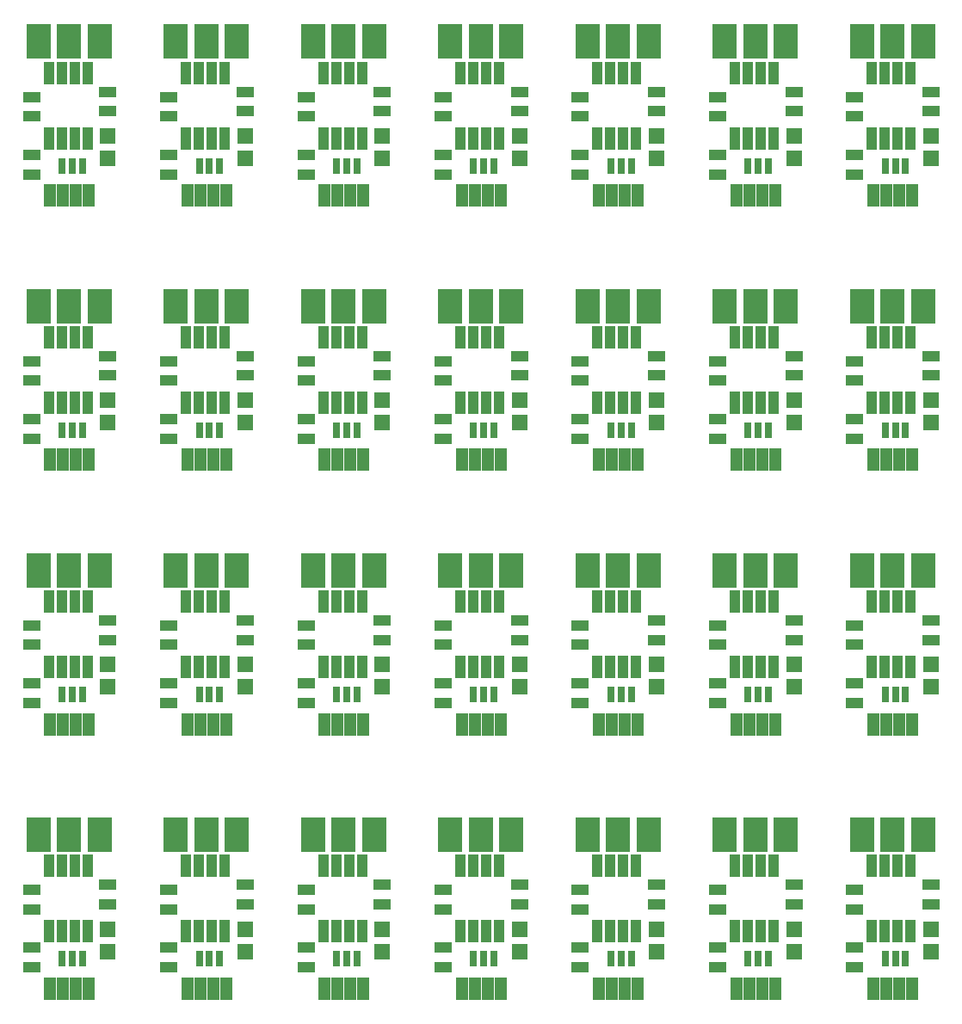
<source format=gts>
G04 #@! TF.FileFunction,Soldermask,Top*
%FSLAX46Y46*%
G04 Gerber Fmt 4.6, Leading zero omitted, Abs format (unit mm)*
G04 Created by KiCad (PCBNEW 4.0.5) date 03/17/17 16:41:40*
%MOMM*%
%LPD*%
G01*
G04 APERTURE LIST*
%ADD10C,0.100000*%
%ADD11R,2.400000X3.400000*%
%ADD12R,0.800000X1.600000*%
%ADD13R,1.200000X2.200000*%
%ADD14R,1.600000X1.600000*%
%ADD15R,1.700000X1.100000*%
%ADD16R,1.000000X2.180000*%
G04 APERTURE END LIST*
D10*
D11*
X111900000Y-95600000D03*
X114900000Y-95600000D03*
X117900000Y-95600000D03*
X111900000Y-69600000D03*
X114900000Y-69600000D03*
X117900000Y-69600000D03*
D12*
X116200000Y-81800000D03*
X115200000Y-81800000D03*
X114200000Y-81800000D03*
D13*
X116855000Y-84750000D03*
X115585000Y-84750000D03*
X114315000Y-84750000D03*
X113045000Y-84750000D03*
D14*
X118700000Y-78900000D03*
X118700000Y-81100000D03*
D15*
X111200000Y-75050000D03*
X111200000Y-76950000D03*
X118700000Y-74550000D03*
X118700000Y-76450000D03*
X111200000Y-80750000D03*
X111200000Y-82650000D03*
D16*
X112895000Y-72710000D03*
X112895000Y-79140000D03*
X114165000Y-72710000D03*
X114165000Y-79140000D03*
X115435000Y-72710000D03*
X115435000Y-79140000D03*
X116705000Y-72710000D03*
X116705000Y-79140000D03*
X112895000Y-46710000D03*
X112895000Y-53140000D03*
X114165000Y-46710000D03*
X114165000Y-53140000D03*
X115435000Y-46710000D03*
X115435000Y-53140000D03*
X116705000Y-46710000D03*
X116705000Y-53140000D03*
D15*
X111200000Y-54750000D03*
X111200000Y-56650000D03*
X118700000Y-48550000D03*
X118700000Y-50450000D03*
X111200000Y-49050000D03*
X111200000Y-50950000D03*
D14*
X118700000Y-52900000D03*
X118700000Y-55100000D03*
D13*
X116855000Y-58750000D03*
X115585000Y-58750000D03*
X114315000Y-58750000D03*
X113045000Y-58750000D03*
D12*
X116200000Y-55800000D03*
X115200000Y-55800000D03*
X114200000Y-55800000D03*
D11*
X111900000Y-43600000D03*
X114900000Y-43600000D03*
X117900000Y-43600000D03*
X152400000Y-69600000D03*
X155400000Y-69600000D03*
X158400000Y-69600000D03*
D12*
X156700000Y-81800000D03*
X155700000Y-81800000D03*
X154700000Y-81800000D03*
D13*
X157355000Y-84750000D03*
X156085000Y-84750000D03*
X154815000Y-84750000D03*
X153545000Y-84750000D03*
D14*
X159200000Y-78900000D03*
X159200000Y-81100000D03*
D15*
X151700000Y-75050000D03*
X151700000Y-76950000D03*
X159200000Y-74550000D03*
X159200000Y-76450000D03*
X151700000Y-80750000D03*
X151700000Y-82650000D03*
D16*
X153395000Y-72710000D03*
X153395000Y-79140000D03*
X154665000Y-72710000D03*
X154665000Y-79140000D03*
X155935000Y-72710000D03*
X155935000Y-79140000D03*
X157205000Y-72710000D03*
X157205000Y-79140000D03*
X153395000Y-46710000D03*
X153395000Y-53140000D03*
X154665000Y-46710000D03*
X154665000Y-53140000D03*
X155935000Y-46710000D03*
X155935000Y-53140000D03*
X157205000Y-46710000D03*
X157205000Y-53140000D03*
D15*
X151700000Y-54750000D03*
X151700000Y-56650000D03*
X159200000Y-48550000D03*
X159200000Y-50450000D03*
X151700000Y-49050000D03*
X151700000Y-50950000D03*
D14*
X159200000Y-52900000D03*
X159200000Y-55100000D03*
D13*
X157355000Y-58750000D03*
X156085000Y-58750000D03*
X154815000Y-58750000D03*
X153545000Y-58750000D03*
D12*
X156700000Y-55800000D03*
X155700000Y-55800000D03*
X154700000Y-55800000D03*
D11*
X152400000Y-43600000D03*
X155400000Y-43600000D03*
X158400000Y-43600000D03*
X138900000Y-43600000D03*
X141900000Y-43600000D03*
X144900000Y-43600000D03*
D12*
X143200000Y-55800000D03*
X142200000Y-55800000D03*
X141200000Y-55800000D03*
D13*
X143855000Y-58750000D03*
X142585000Y-58750000D03*
X141315000Y-58750000D03*
X140045000Y-58750000D03*
D14*
X145700000Y-52900000D03*
X145700000Y-55100000D03*
D15*
X138200000Y-49050000D03*
X138200000Y-50950000D03*
X145700000Y-48550000D03*
X145700000Y-50450000D03*
X138200000Y-54750000D03*
X138200000Y-56650000D03*
D16*
X139895000Y-46710000D03*
X139895000Y-53140000D03*
X141165000Y-46710000D03*
X141165000Y-53140000D03*
X142435000Y-46710000D03*
X142435000Y-53140000D03*
X143705000Y-46710000D03*
X143705000Y-53140000D03*
X139895000Y-72710000D03*
X139895000Y-79140000D03*
X141165000Y-72710000D03*
X141165000Y-79140000D03*
X142435000Y-72710000D03*
X142435000Y-79140000D03*
X143705000Y-72710000D03*
X143705000Y-79140000D03*
D15*
X138200000Y-80750000D03*
X138200000Y-82650000D03*
X145700000Y-74550000D03*
X145700000Y-76450000D03*
X138200000Y-75050000D03*
X138200000Y-76950000D03*
D14*
X145700000Y-78900000D03*
X145700000Y-81100000D03*
D13*
X143855000Y-84750000D03*
X142585000Y-84750000D03*
X141315000Y-84750000D03*
X140045000Y-84750000D03*
D12*
X143200000Y-81800000D03*
X142200000Y-81800000D03*
X141200000Y-81800000D03*
D11*
X138900000Y-69600000D03*
X141900000Y-69600000D03*
X144900000Y-69600000D03*
X125400000Y-69600000D03*
X128400000Y-69600000D03*
X131400000Y-69600000D03*
D12*
X129700000Y-81800000D03*
X128700000Y-81800000D03*
X127700000Y-81800000D03*
D13*
X130355000Y-84750000D03*
X129085000Y-84750000D03*
X127815000Y-84750000D03*
X126545000Y-84750000D03*
D14*
X132200000Y-78900000D03*
X132200000Y-81100000D03*
D15*
X124700000Y-75050000D03*
X124700000Y-76950000D03*
X132200000Y-74550000D03*
X132200000Y-76450000D03*
X124700000Y-80750000D03*
X124700000Y-82650000D03*
D16*
X126395000Y-72710000D03*
X126395000Y-79140000D03*
X127665000Y-72710000D03*
X127665000Y-79140000D03*
X128935000Y-72710000D03*
X128935000Y-79140000D03*
X130205000Y-72710000D03*
X130205000Y-79140000D03*
X126395000Y-46710000D03*
X126395000Y-53140000D03*
X127665000Y-46710000D03*
X127665000Y-53140000D03*
X128935000Y-46710000D03*
X128935000Y-53140000D03*
X130205000Y-46710000D03*
X130205000Y-53140000D03*
D15*
X124700000Y-54750000D03*
X124700000Y-56650000D03*
X132200000Y-48550000D03*
X132200000Y-50450000D03*
X124700000Y-49050000D03*
X124700000Y-50950000D03*
D14*
X132200000Y-52900000D03*
X132200000Y-55100000D03*
D13*
X130355000Y-58750000D03*
X129085000Y-58750000D03*
X127815000Y-58750000D03*
X126545000Y-58750000D03*
D12*
X129700000Y-55800000D03*
X128700000Y-55800000D03*
X127700000Y-55800000D03*
D11*
X125400000Y-43600000D03*
X128400000Y-43600000D03*
X131400000Y-43600000D03*
X179400000Y-43600000D03*
X182400000Y-43600000D03*
X185400000Y-43600000D03*
D12*
X183700000Y-55800000D03*
X182700000Y-55800000D03*
X181700000Y-55800000D03*
D13*
X184355000Y-58750000D03*
X183085000Y-58750000D03*
X181815000Y-58750000D03*
X180545000Y-58750000D03*
D14*
X186200000Y-52900000D03*
X186200000Y-55100000D03*
D15*
X178700000Y-49050000D03*
X178700000Y-50950000D03*
X186200000Y-48550000D03*
X186200000Y-50450000D03*
X178700000Y-54750000D03*
X178700000Y-56650000D03*
D16*
X180395000Y-46710000D03*
X180395000Y-53140000D03*
X181665000Y-46710000D03*
X181665000Y-53140000D03*
X182935000Y-46710000D03*
X182935000Y-53140000D03*
X184205000Y-46710000D03*
X184205000Y-53140000D03*
X180395000Y-72710000D03*
X180395000Y-79140000D03*
X181665000Y-72710000D03*
X181665000Y-79140000D03*
X182935000Y-72710000D03*
X182935000Y-79140000D03*
X184205000Y-72710000D03*
X184205000Y-79140000D03*
D15*
X178700000Y-80750000D03*
X178700000Y-82650000D03*
X186200000Y-74550000D03*
X186200000Y-76450000D03*
X178700000Y-75050000D03*
X178700000Y-76950000D03*
D14*
X186200000Y-78900000D03*
X186200000Y-81100000D03*
D13*
X184355000Y-84750000D03*
X183085000Y-84750000D03*
X181815000Y-84750000D03*
X180545000Y-84750000D03*
D12*
X183700000Y-81800000D03*
X182700000Y-81800000D03*
X181700000Y-81800000D03*
D11*
X179400000Y-69600000D03*
X182400000Y-69600000D03*
X185400000Y-69600000D03*
X192900000Y-69600000D03*
X195900000Y-69600000D03*
X198900000Y-69600000D03*
D12*
X197200000Y-81800000D03*
X196200000Y-81800000D03*
X195200000Y-81800000D03*
D13*
X197855000Y-84750000D03*
X196585000Y-84750000D03*
X195315000Y-84750000D03*
X194045000Y-84750000D03*
D14*
X199700000Y-78900000D03*
X199700000Y-81100000D03*
D15*
X192200000Y-75050000D03*
X192200000Y-76950000D03*
X199700000Y-74550000D03*
X199700000Y-76450000D03*
X192200000Y-80750000D03*
X192200000Y-82650000D03*
D16*
X193895000Y-72710000D03*
X193895000Y-79140000D03*
X195165000Y-72710000D03*
X195165000Y-79140000D03*
X196435000Y-72710000D03*
X196435000Y-79140000D03*
X197705000Y-72710000D03*
X197705000Y-79140000D03*
X193895000Y-46710000D03*
X193895000Y-53140000D03*
X195165000Y-46710000D03*
X195165000Y-53140000D03*
X196435000Y-46710000D03*
X196435000Y-53140000D03*
X197705000Y-46710000D03*
X197705000Y-53140000D03*
D15*
X192200000Y-54750000D03*
X192200000Y-56650000D03*
X199700000Y-48550000D03*
X199700000Y-50450000D03*
X192200000Y-49050000D03*
X192200000Y-50950000D03*
D14*
X199700000Y-52900000D03*
X199700000Y-55100000D03*
D13*
X197855000Y-58750000D03*
X196585000Y-58750000D03*
X195315000Y-58750000D03*
X194045000Y-58750000D03*
D12*
X197200000Y-55800000D03*
X196200000Y-55800000D03*
X195200000Y-55800000D03*
D11*
X192900000Y-43600000D03*
X195900000Y-43600000D03*
X198900000Y-43600000D03*
X165900000Y-43600000D03*
X168900000Y-43600000D03*
X171900000Y-43600000D03*
D12*
X170200000Y-55800000D03*
X169200000Y-55800000D03*
X168200000Y-55800000D03*
D13*
X170855000Y-58750000D03*
X169585000Y-58750000D03*
X168315000Y-58750000D03*
X167045000Y-58750000D03*
D14*
X172700000Y-52900000D03*
X172700000Y-55100000D03*
D15*
X165200000Y-49050000D03*
X165200000Y-50950000D03*
X172700000Y-48550000D03*
X172700000Y-50450000D03*
X165200000Y-54750000D03*
X165200000Y-56650000D03*
D16*
X166895000Y-46710000D03*
X166895000Y-53140000D03*
X168165000Y-46710000D03*
X168165000Y-53140000D03*
X169435000Y-46710000D03*
X169435000Y-53140000D03*
X170705000Y-46710000D03*
X170705000Y-53140000D03*
X166895000Y-72710000D03*
X166895000Y-79140000D03*
X168165000Y-72710000D03*
X168165000Y-79140000D03*
X169435000Y-72710000D03*
X169435000Y-79140000D03*
X170705000Y-72710000D03*
X170705000Y-79140000D03*
D15*
X165200000Y-80750000D03*
X165200000Y-82650000D03*
X172700000Y-74550000D03*
X172700000Y-76450000D03*
X165200000Y-75050000D03*
X165200000Y-76950000D03*
D14*
X172700000Y-78900000D03*
X172700000Y-81100000D03*
D13*
X170855000Y-84750000D03*
X169585000Y-84750000D03*
X168315000Y-84750000D03*
X167045000Y-84750000D03*
D12*
X170200000Y-81800000D03*
X169200000Y-81800000D03*
X168200000Y-81800000D03*
D11*
X165900000Y-69600000D03*
X168900000Y-69600000D03*
X171900000Y-69600000D03*
X165900000Y-121600000D03*
X168900000Y-121600000D03*
X171900000Y-121600000D03*
D12*
X170200000Y-133800000D03*
X169200000Y-133800000D03*
X168200000Y-133800000D03*
D13*
X170855000Y-136750000D03*
X169585000Y-136750000D03*
X168315000Y-136750000D03*
X167045000Y-136750000D03*
D14*
X172700000Y-130900000D03*
X172700000Y-133100000D03*
D15*
X165200000Y-127050000D03*
X165200000Y-128950000D03*
X172700000Y-126550000D03*
X172700000Y-128450000D03*
X165200000Y-132750000D03*
X165200000Y-134650000D03*
D16*
X166895000Y-124710000D03*
X166895000Y-131140000D03*
X168165000Y-124710000D03*
X168165000Y-131140000D03*
X169435000Y-124710000D03*
X169435000Y-131140000D03*
X170705000Y-124710000D03*
X170705000Y-131140000D03*
X166895000Y-98710000D03*
X166895000Y-105140000D03*
X168165000Y-98710000D03*
X168165000Y-105140000D03*
X169435000Y-98710000D03*
X169435000Y-105140000D03*
X170705000Y-98710000D03*
X170705000Y-105140000D03*
D15*
X165200000Y-106750000D03*
X165200000Y-108650000D03*
X172700000Y-100550000D03*
X172700000Y-102450000D03*
X165200000Y-101050000D03*
X165200000Y-102950000D03*
D14*
X172700000Y-104900000D03*
X172700000Y-107100000D03*
D13*
X170855000Y-110750000D03*
X169585000Y-110750000D03*
X168315000Y-110750000D03*
X167045000Y-110750000D03*
D12*
X170200000Y-107800000D03*
X169200000Y-107800000D03*
X168200000Y-107800000D03*
D11*
X165900000Y-95600000D03*
X168900000Y-95600000D03*
X171900000Y-95600000D03*
X192900000Y-95600000D03*
X195900000Y-95600000D03*
X198900000Y-95600000D03*
D12*
X197200000Y-107800000D03*
X196200000Y-107800000D03*
X195200000Y-107800000D03*
D13*
X197855000Y-110750000D03*
X196585000Y-110750000D03*
X195315000Y-110750000D03*
X194045000Y-110750000D03*
D14*
X199700000Y-104900000D03*
X199700000Y-107100000D03*
D15*
X192200000Y-101050000D03*
X192200000Y-102950000D03*
X199700000Y-100550000D03*
X199700000Y-102450000D03*
X192200000Y-106750000D03*
X192200000Y-108650000D03*
D16*
X193895000Y-98710000D03*
X193895000Y-105140000D03*
X195165000Y-98710000D03*
X195165000Y-105140000D03*
X196435000Y-98710000D03*
X196435000Y-105140000D03*
X197705000Y-98710000D03*
X197705000Y-105140000D03*
X193895000Y-124710000D03*
X193895000Y-131140000D03*
X195165000Y-124710000D03*
X195165000Y-131140000D03*
X196435000Y-124710000D03*
X196435000Y-131140000D03*
X197705000Y-124710000D03*
X197705000Y-131140000D03*
D15*
X192200000Y-132750000D03*
X192200000Y-134650000D03*
X199700000Y-126550000D03*
X199700000Y-128450000D03*
X192200000Y-127050000D03*
X192200000Y-128950000D03*
D14*
X199700000Y-130900000D03*
X199700000Y-133100000D03*
D13*
X197855000Y-136750000D03*
X196585000Y-136750000D03*
X195315000Y-136750000D03*
X194045000Y-136750000D03*
D12*
X197200000Y-133800000D03*
X196200000Y-133800000D03*
X195200000Y-133800000D03*
D11*
X192900000Y-121600000D03*
X195900000Y-121600000D03*
X198900000Y-121600000D03*
X179400000Y-121600000D03*
X182400000Y-121600000D03*
X185400000Y-121600000D03*
D12*
X183700000Y-133800000D03*
X182700000Y-133800000D03*
X181700000Y-133800000D03*
D13*
X184355000Y-136750000D03*
X183085000Y-136750000D03*
X181815000Y-136750000D03*
X180545000Y-136750000D03*
D14*
X186200000Y-130900000D03*
X186200000Y-133100000D03*
D15*
X178700000Y-127050000D03*
X178700000Y-128950000D03*
X186200000Y-126550000D03*
X186200000Y-128450000D03*
X178700000Y-132750000D03*
X178700000Y-134650000D03*
D16*
X180395000Y-124710000D03*
X180395000Y-131140000D03*
X181665000Y-124710000D03*
X181665000Y-131140000D03*
X182935000Y-124710000D03*
X182935000Y-131140000D03*
X184205000Y-124710000D03*
X184205000Y-131140000D03*
X180395000Y-98710000D03*
X180395000Y-105140000D03*
X181665000Y-98710000D03*
X181665000Y-105140000D03*
X182935000Y-98710000D03*
X182935000Y-105140000D03*
X184205000Y-98710000D03*
X184205000Y-105140000D03*
D15*
X178700000Y-106750000D03*
X178700000Y-108650000D03*
X186200000Y-100550000D03*
X186200000Y-102450000D03*
X178700000Y-101050000D03*
X178700000Y-102950000D03*
D14*
X186200000Y-104900000D03*
X186200000Y-107100000D03*
D13*
X184355000Y-110750000D03*
X183085000Y-110750000D03*
X181815000Y-110750000D03*
X180545000Y-110750000D03*
D12*
X183700000Y-107800000D03*
X182700000Y-107800000D03*
X181700000Y-107800000D03*
D11*
X179400000Y-95600000D03*
X182400000Y-95600000D03*
X185400000Y-95600000D03*
X125400000Y-95600000D03*
X128400000Y-95600000D03*
X131400000Y-95600000D03*
D12*
X129700000Y-107800000D03*
X128700000Y-107800000D03*
X127700000Y-107800000D03*
D13*
X130355000Y-110750000D03*
X129085000Y-110750000D03*
X127815000Y-110750000D03*
X126545000Y-110750000D03*
D14*
X132200000Y-104900000D03*
X132200000Y-107100000D03*
D15*
X124700000Y-101050000D03*
X124700000Y-102950000D03*
X132200000Y-100550000D03*
X132200000Y-102450000D03*
X124700000Y-106750000D03*
X124700000Y-108650000D03*
D16*
X126395000Y-98710000D03*
X126395000Y-105140000D03*
X127665000Y-98710000D03*
X127665000Y-105140000D03*
X128935000Y-98710000D03*
X128935000Y-105140000D03*
X130205000Y-98710000D03*
X130205000Y-105140000D03*
X126395000Y-124710000D03*
X126395000Y-131140000D03*
X127665000Y-124710000D03*
X127665000Y-131140000D03*
X128935000Y-124710000D03*
X128935000Y-131140000D03*
X130205000Y-124710000D03*
X130205000Y-131140000D03*
D15*
X124700000Y-132750000D03*
X124700000Y-134650000D03*
X132200000Y-126550000D03*
X132200000Y-128450000D03*
X124700000Y-127050000D03*
X124700000Y-128950000D03*
D14*
X132200000Y-130900000D03*
X132200000Y-133100000D03*
D13*
X130355000Y-136750000D03*
X129085000Y-136750000D03*
X127815000Y-136750000D03*
X126545000Y-136750000D03*
D12*
X129700000Y-133800000D03*
X128700000Y-133800000D03*
X127700000Y-133800000D03*
D11*
X125400000Y-121600000D03*
X128400000Y-121600000D03*
X131400000Y-121600000D03*
X138900000Y-121600000D03*
X141900000Y-121600000D03*
X144900000Y-121600000D03*
D12*
X143200000Y-133800000D03*
X142200000Y-133800000D03*
X141200000Y-133800000D03*
D13*
X143855000Y-136750000D03*
X142585000Y-136750000D03*
X141315000Y-136750000D03*
X140045000Y-136750000D03*
D14*
X145700000Y-130900000D03*
X145700000Y-133100000D03*
D15*
X138200000Y-127050000D03*
X138200000Y-128950000D03*
X145700000Y-126550000D03*
X145700000Y-128450000D03*
X138200000Y-132750000D03*
X138200000Y-134650000D03*
D16*
X139895000Y-124710000D03*
X139895000Y-131140000D03*
X141165000Y-124710000D03*
X141165000Y-131140000D03*
X142435000Y-124710000D03*
X142435000Y-131140000D03*
X143705000Y-124710000D03*
X143705000Y-131140000D03*
X139895000Y-98710000D03*
X139895000Y-105140000D03*
X141165000Y-98710000D03*
X141165000Y-105140000D03*
X142435000Y-98710000D03*
X142435000Y-105140000D03*
X143705000Y-98710000D03*
X143705000Y-105140000D03*
D15*
X138200000Y-106750000D03*
X138200000Y-108650000D03*
X145700000Y-100550000D03*
X145700000Y-102450000D03*
X138200000Y-101050000D03*
X138200000Y-102950000D03*
D14*
X145700000Y-104900000D03*
X145700000Y-107100000D03*
D13*
X143855000Y-110750000D03*
X142585000Y-110750000D03*
X141315000Y-110750000D03*
X140045000Y-110750000D03*
D12*
X143200000Y-107800000D03*
X142200000Y-107800000D03*
X141200000Y-107800000D03*
D11*
X138900000Y-95600000D03*
X141900000Y-95600000D03*
X144900000Y-95600000D03*
X152400000Y-95600000D03*
X155400000Y-95600000D03*
X158400000Y-95600000D03*
D12*
X156700000Y-107800000D03*
X155700000Y-107800000D03*
X154700000Y-107800000D03*
D13*
X157355000Y-110750000D03*
X156085000Y-110750000D03*
X154815000Y-110750000D03*
X153545000Y-110750000D03*
D14*
X159200000Y-104900000D03*
X159200000Y-107100000D03*
D15*
X151700000Y-101050000D03*
X151700000Y-102950000D03*
X159200000Y-100550000D03*
X159200000Y-102450000D03*
X151700000Y-106750000D03*
X151700000Y-108650000D03*
D16*
X153395000Y-98710000D03*
X153395000Y-105140000D03*
X154665000Y-98710000D03*
X154665000Y-105140000D03*
X155935000Y-98710000D03*
X155935000Y-105140000D03*
X157205000Y-98710000D03*
X157205000Y-105140000D03*
X153395000Y-124710000D03*
X153395000Y-131140000D03*
X154665000Y-124710000D03*
X154665000Y-131140000D03*
X155935000Y-124710000D03*
X155935000Y-131140000D03*
X157205000Y-124710000D03*
X157205000Y-131140000D03*
D15*
X151700000Y-132750000D03*
X151700000Y-134650000D03*
X159200000Y-126550000D03*
X159200000Y-128450000D03*
X151700000Y-127050000D03*
X151700000Y-128950000D03*
D14*
X159200000Y-130900000D03*
X159200000Y-133100000D03*
D13*
X157355000Y-136750000D03*
X156085000Y-136750000D03*
X154815000Y-136750000D03*
X153545000Y-136750000D03*
D12*
X156700000Y-133800000D03*
X155700000Y-133800000D03*
X154700000Y-133800000D03*
D11*
X152400000Y-121600000D03*
X155400000Y-121600000D03*
X158400000Y-121600000D03*
D12*
X116200000Y-107800000D03*
X115200000Y-107800000D03*
X114200000Y-107800000D03*
D13*
X116855000Y-110750000D03*
X115585000Y-110750000D03*
X114315000Y-110750000D03*
X113045000Y-110750000D03*
D14*
X118700000Y-104900000D03*
X118700000Y-107100000D03*
D15*
X111200000Y-101050000D03*
X111200000Y-102950000D03*
X118700000Y-100550000D03*
X118700000Y-102450000D03*
X111200000Y-106750000D03*
X111200000Y-108650000D03*
D16*
X112895000Y-98710000D03*
X112895000Y-105140000D03*
X114165000Y-98710000D03*
X114165000Y-105140000D03*
X115435000Y-98710000D03*
X115435000Y-105140000D03*
X116705000Y-98710000D03*
X116705000Y-105140000D03*
X112895000Y-124710000D03*
X112895000Y-131140000D03*
X114165000Y-124710000D03*
X114165000Y-131140000D03*
X115435000Y-124710000D03*
X115435000Y-131140000D03*
X116705000Y-124710000D03*
X116705000Y-131140000D03*
D15*
X111200000Y-132750000D03*
X111200000Y-134650000D03*
X118700000Y-126550000D03*
X118700000Y-128450000D03*
X111200000Y-127050000D03*
X111200000Y-128950000D03*
D14*
X118700000Y-130900000D03*
X118700000Y-133100000D03*
D13*
X116855000Y-136750000D03*
X115585000Y-136750000D03*
X114315000Y-136750000D03*
X113045000Y-136750000D03*
D12*
X116200000Y-133800000D03*
X115200000Y-133800000D03*
X114200000Y-133800000D03*
D11*
X111900000Y-121600000D03*
X114900000Y-121600000D03*
X117900000Y-121600000D03*
M02*

</source>
